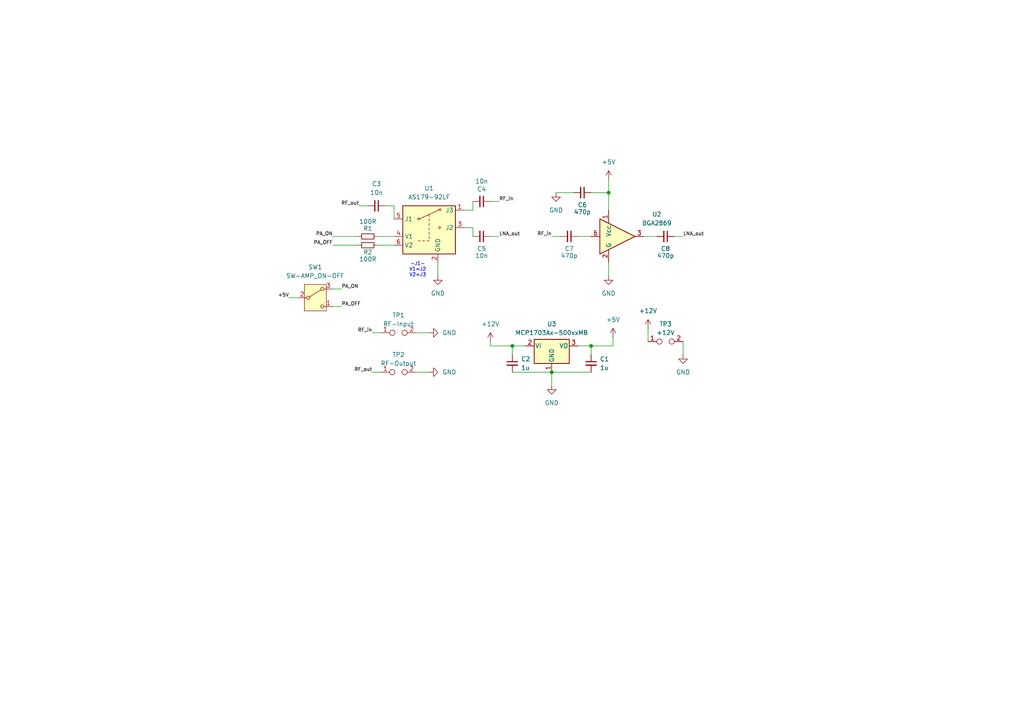
<source format=kicad_sch>
(kicad_sch
	(version 20250114)
	(generator "eeschema")
	(generator_version "9.0")
	(uuid "bc1fc967-41f4-4588-add1-baa209aa3ce3")
	(paper "A4")
	(title_block
		(title "30MHz LNA with RF switch")
		(date "2026-01-19")
		(rev "V1.0")
		(company "Z32IT")
	)
	(lib_symbols
		(symbol "Connector:TestPoint_2Pole"
			(pin_names
				(offset 0.762)
				(hide yes)
			)
			(exclude_from_sim no)
			(in_bom yes)
			(on_board yes)
			(property "Reference" "TP"
				(at 0 1.524 0)
				(effects
					(font
						(size 1.27 1.27)
					)
				)
			)
			(property "Value" "TestPoint_2Pole"
				(at 0 -1.778 0)
				(effects
					(font
						(size 1.27 1.27)
					)
				)
			)
			(property "Footprint" ""
				(at 0 0 0)
				(effects
					(font
						(size 1.27 1.27)
					)
					(hide yes)
				)
			)
			(property "Datasheet" "~"
				(at 0 0 0)
				(effects
					(font
						(size 1.27 1.27)
					)
					(hide yes)
				)
			)
			(property "Description" "2-polar test point"
				(at 0 0 0)
				(effects
					(font
						(size 1.27 1.27)
					)
					(hide yes)
				)
			)
			(property "ki_keywords" "point tp"
				(at 0 0 0)
				(effects
					(font
						(size 1.27 1.27)
					)
					(hide yes)
				)
			)
			(property "ki_fp_filters" "Pin* Test*"
				(at 0 0 0)
				(effects
					(font
						(size 1.27 1.27)
					)
					(hide yes)
				)
			)
			(symbol "TestPoint_2Pole_0_1"
				(circle
					(center -1.778 0)
					(radius 0.762)
					(stroke
						(width 0)
						(type default)
					)
					(fill
						(type none)
					)
				)
				(circle
					(center 1.778 0)
					(radius 0.762)
					(stroke
						(width 0)
						(type default)
					)
					(fill
						(type none)
					)
				)
				(pin passive line
					(at -5.08 0 0)
					(length 2.54)
					(name "1"
						(effects
							(font
								(size 1.27 1.27)
							)
						)
					)
					(number "1"
						(effects
							(font
								(size 1.27 1.27)
							)
						)
					)
				)
				(pin passive line
					(at 5.08 0 180)
					(length 2.54)
					(name "2"
						(effects
							(font
								(size 1.27 1.27)
							)
						)
					)
					(number "2"
						(effects
							(font
								(size 1.27 1.27)
							)
						)
					)
				)
			)
			(embedded_fonts no)
		)
		(symbol "Device:C_Small"
			(pin_numbers
				(hide yes)
			)
			(pin_names
				(offset 0.254)
				(hide yes)
			)
			(exclude_from_sim no)
			(in_bom yes)
			(on_board yes)
			(property "Reference" "C"
				(at 0.254 1.778 0)
				(effects
					(font
						(size 1.27 1.27)
					)
					(justify left)
				)
			)
			(property "Value" "C_Small"
				(at 0.254 -2.032 0)
				(effects
					(font
						(size 1.27 1.27)
					)
					(justify left)
				)
			)
			(property "Footprint" ""
				(at 0 0 0)
				(effects
					(font
						(size 1.27 1.27)
					)
					(hide yes)
				)
			)
			(property "Datasheet" "~"
				(at 0 0 0)
				(effects
					(font
						(size 1.27 1.27)
					)
					(hide yes)
				)
			)
			(property "Description" "Unpolarized capacitor, small symbol"
				(at 0 0 0)
				(effects
					(font
						(size 1.27 1.27)
					)
					(hide yes)
				)
			)
			(property "ki_keywords" "capacitor cap"
				(at 0 0 0)
				(effects
					(font
						(size 1.27 1.27)
					)
					(hide yes)
				)
			)
			(property "ki_fp_filters" "C_*"
				(at 0 0 0)
				(effects
					(font
						(size 1.27 1.27)
					)
					(hide yes)
				)
			)
			(symbol "C_Small_0_1"
				(polyline
					(pts
						(xy -1.524 0.508) (xy 1.524 0.508)
					)
					(stroke
						(width 0.3048)
						(type default)
					)
					(fill
						(type none)
					)
				)
				(polyline
					(pts
						(xy -1.524 -0.508) (xy 1.524 -0.508)
					)
					(stroke
						(width 0.3302)
						(type default)
					)
					(fill
						(type none)
					)
				)
			)
			(symbol "C_Small_1_1"
				(pin passive line
					(at 0 2.54 270)
					(length 2.032)
					(name "~"
						(effects
							(font
								(size 1.27 1.27)
							)
						)
					)
					(number "1"
						(effects
							(font
								(size 1.27 1.27)
							)
						)
					)
				)
				(pin passive line
					(at 0 -2.54 90)
					(length 2.032)
					(name "~"
						(effects
							(font
								(size 1.27 1.27)
							)
						)
					)
					(number "2"
						(effects
							(font
								(size 1.27 1.27)
							)
						)
					)
				)
			)
			(embedded_fonts no)
		)
		(symbol "Device:R_Small"
			(pin_numbers
				(hide yes)
			)
			(pin_names
				(offset 0.254)
				(hide yes)
			)
			(exclude_from_sim no)
			(in_bom yes)
			(on_board yes)
			(property "Reference" "R"
				(at 0.762 0.508 0)
				(effects
					(font
						(size 1.27 1.27)
					)
					(justify left)
				)
			)
			(property "Value" "R_Small"
				(at 0.762 -1.016 0)
				(effects
					(font
						(size 1.27 1.27)
					)
					(justify left)
				)
			)
			(property "Footprint" ""
				(at 0 0 0)
				(effects
					(font
						(size 1.27 1.27)
					)
					(hide yes)
				)
			)
			(property "Datasheet" "~"
				(at 0 0 0)
				(effects
					(font
						(size 1.27 1.27)
					)
					(hide yes)
				)
			)
			(property "Description" "Resistor, small symbol"
				(at 0 0 0)
				(effects
					(font
						(size 1.27 1.27)
					)
					(hide yes)
				)
			)
			(property "ki_keywords" "R resistor"
				(at 0 0 0)
				(effects
					(font
						(size 1.27 1.27)
					)
					(hide yes)
				)
			)
			(property "ki_fp_filters" "R_*"
				(at 0 0 0)
				(effects
					(font
						(size 1.27 1.27)
					)
					(hide yes)
				)
			)
			(symbol "R_Small_0_1"
				(rectangle
					(start -0.762 1.778)
					(end 0.762 -1.778)
					(stroke
						(width 0.2032)
						(type default)
					)
					(fill
						(type none)
					)
				)
			)
			(symbol "R_Small_1_1"
				(pin passive line
					(at 0 2.54 270)
					(length 0.762)
					(name "~"
						(effects
							(font
								(size 1.27 1.27)
							)
						)
					)
					(number "1"
						(effects
							(font
								(size 1.27 1.27)
							)
						)
					)
				)
				(pin passive line
					(at 0 -2.54 90)
					(length 0.762)
					(name "~"
						(effects
							(font
								(size 1.27 1.27)
							)
						)
					)
					(number "2"
						(effects
							(font
								(size 1.27 1.27)
							)
						)
					)
				)
			)
			(embedded_fonts no)
		)
		(symbol "RF_Amplifier:BGA2869"
			(exclude_from_sim no)
			(in_bom yes)
			(on_board yes)
			(property "Reference" "U"
				(at 2.54 6.35 0)
				(effects
					(font
						(size 1.27 1.27)
					)
				)
			)
			(property "Value" "BGA2869"
				(at 3.81 3.81 0)
				(effects
					(font
						(size 1.27 1.27)
					)
				)
			)
			(property "Footprint" "Package_TO_SOT_SMD:SOT-363_SC-70-6"
				(at -1.27 -16.51 0)
				(effects
					(font
						(size 1.27 1.27)
					)
					(hide yes)
				)
			)
			(property "Datasheet" "https://www.nxp.com/docs/en/data-sheet/BGA2869.pdf"
				(at 0 0 0)
				(effects
					(font
						(size 1.27 1.27)
					)
					(hide yes)
				)
			)
			(property "Description" "MMIC wideband amplifier, DC-2.2GHz, +31.7dB @ 950MHz, 5V, SOT-363"
				(at 0 0 0)
				(effects
					(font
						(size 1.27 1.27)
					)
					(hide yes)
				)
			)
			(property "ki_keywords" "RF GAIN BLOCK"
				(at 0 0 0)
				(effects
					(font
						(size 1.27 1.27)
					)
					(hide yes)
				)
			)
			(property "ki_fp_filters" "SOT*363*"
				(at 0 0 0)
				(effects
					(font
						(size 1.27 1.27)
					)
					(hide yes)
				)
			)
			(symbol "BGA2869_0_1"
				(polyline
					(pts
						(xy 5.08 0) (xy -5.08 5.08) (xy -5.08 -5.08) (xy 5.08 0)
					)
					(stroke
						(width 0.254)
						(type default)
					)
					(fill
						(type background)
					)
				)
			)
			(symbol "BGA2869_1_1"
				(pin input line
					(at -7.62 0 0)
					(length 2.54)
					(name "~"
						(effects
							(font
								(size 1.27 1.27)
							)
						)
					)
					(number "6"
						(effects
							(font
								(size 1.27 1.27)
							)
						)
					)
				)
				(pin power_in line
					(at -2.54 7.62 270)
					(length 3.81)
					(name "Vcc"
						(effects
							(font
								(size 1.27 1.27)
							)
						)
					)
					(number "1"
						(effects
							(font
								(size 1.27 1.27)
							)
						)
					)
				)
				(pin power_in line
					(at -2.54 -7.62 90)
					(length 3.81)
					(name "G"
						(effects
							(font
								(size 1.27 1.27)
							)
						)
					)
					(number "2"
						(effects
							(font
								(size 1.27 1.27)
							)
						)
					)
				)
				(pin passive line
					(at -2.54 -7.62 90)
					(length 3.81)
					(hide yes)
					(name "G"
						(effects
							(font
								(size 1.27 1.27)
							)
						)
					)
					(number "4"
						(effects
							(font
								(size 1.27 1.27)
							)
						)
					)
				)
				(pin passive line
					(at -2.54 -7.62 90)
					(length 3.81)
					(hide yes)
					(name "G"
						(effects
							(font
								(size 1.27 1.27)
							)
						)
					)
					(number "5"
						(effects
							(font
								(size 1.27 1.27)
							)
						)
					)
				)
				(pin output line
					(at 7.62 0 180)
					(length 2.54)
					(name "~"
						(effects
							(font
								(size 1.27 1.27)
							)
						)
					)
					(number "3"
						(effects
							(font
								(size 1.27 1.27)
							)
						)
					)
				)
			)
			(embedded_fonts no)
		)
		(symbol "RF_Switch:AS179-92LF"
			(exclude_from_sim no)
			(in_bom yes)
			(on_board yes)
			(property "Reference" "U"
				(at -7.62 7.62 0)
				(effects
					(font
						(size 1.27 1.27)
					)
				)
			)
			(property "Value" "AS179-92LF"
				(at 2.54 7.62 0)
				(effects
					(font
						(size 1.27 1.27)
					)
				)
			)
			(property "Footprint" "Package_TO_SOT_SMD:SOT-363_SC-70-6"
				(at 2.54 0 0)
				(effects
					(font
						(size 1.27 1.27)
					)
					(hide yes)
				)
			)
			(property "Datasheet" "http://www.skyworksinc.com/uploads/documents/AS179_92LF_200176H.pdf"
				(at 2.54 0 0)
				(effects
					(font
						(size 1.27 1.27)
					)
					(hide yes)
				)
			)
			(property "Description" "20 MHz to 4.0 GHz GaAs SPDT Switch, SC-70"
				(at 0 0 0)
				(effects
					(font
						(size 1.27 1.27)
					)
					(hide yes)
				)
			)
			(property "ki_keywords" "rf spdt switch"
				(at 0 0 0)
				(effects
					(font
						(size 1.27 1.27)
					)
					(hide yes)
				)
			)
			(property "ki_fp_filters" "SOT*363*"
				(at 0 0 0)
				(effects
					(font
						(size 1.27 1.27)
					)
					(hide yes)
				)
			)
			(symbol "AS179-92LF_1_1"
				(polyline
					(pts
						(xy -3.175 -3.81) (xy -2.54 -3.81)
					)
					(stroke
						(width 0)
						(type default)
					)
					(fill
						(type none)
					)
				)
				(circle
					(center -3.048 2.54)
					(radius 0.2794)
					(stroke
						(width 0)
						(type default)
					)
					(fill
						(type none)
					)
				)
				(polyline
					(pts
						(xy -2.794 2.54) (xy 2.921 5.207)
					)
					(stroke
						(width 0)
						(type default)
					)
					(fill
						(type none)
					)
				)
				(polyline
					(pts
						(xy -1.905 -3.81) (xy -1.27 -3.81)
					)
					(stroke
						(width 0)
						(type default)
					)
					(fill
						(type none)
					)
				)
				(polyline
					(pts
						(xy -0.635 -3.81) (xy 0 -3.81)
					)
					(stroke
						(width 0)
						(type default)
					)
					(fill
						(type none)
					)
				)
				(polyline
					(pts
						(xy 0 3.175) (xy 0 3.81)
					)
					(stroke
						(width 0)
						(type default)
					)
					(fill
						(type none)
					)
				)
				(polyline
					(pts
						(xy 0 1.905) (xy 0 2.54)
					)
					(stroke
						(width 0)
						(type default)
					)
					(fill
						(type none)
					)
				)
				(polyline
					(pts
						(xy 0 0.635) (xy 0 1.27)
					)
					(stroke
						(width 0)
						(type default)
					)
					(fill
						(type none)
					)
				)
				(polyline
					(pts
						(xy 0 -0.635) (xy 0 0)
					)
					(stroke
						(width 0)
						(type default)
					)
					(fill
						(type none)
					)
				)
				(polyline
					(pts
						(xy 0 -1.905) (xy 0 -1.27)
					)
					(stroke
						(width 0)
						(type default)
					)
					(fill
						(type none)
					)
				)
				(polyline
					(pts
						(xy 0 -3.175) (xy 0 -2.54)
					)
					(stroke
						(width 0)
						(type default)
					)
					(fill
						(type none)
					)
				)
				(circle
					(center 3.048 0)
					(radius 0.2794)
					(stroke
						(width 0)
						(type default)
					)
					(fill
						(type none)
					)
				)
				(circle
					(center 3.175 5.207)
					(radius 0.2794)
					(stroke
						(width 0)
						(type default)
					)
					(fill
						(type none)
					)
				)
				(rectangle
					(start 7.62 -7.62)
					(end -7.62 6.35)
					(stroke
						(width 0.254)
						(type default)
					)
					(fill
						(type background)
					)
				)
				(pin passive line
					(at -10.16 2.54 0)
					(length 2.54)
					(name "J1"
						(effects
							(font
								(size 1.27 1.27)
							)
						)
					)
					(number "5"
						(effects
							(font
								(size 1.27 1.27)
							)
						)
					)
				)
				(pin input line
					(at -10.16 -2.54 0)
					(length 2.54)
					(name "V1"
						(effects
							(font
								(size 1.27 1.27)
							)
						)
					)
					(number "4"
						(effects
							(font
								(size 1.27 1.27)
							)
						)
					)
				)
				(pin input line
					(at -10.16 -5.08 0)
					(length 2.54)
					(name "V2"
						(effects
							(font
								(size 1.27 1.27)
							)
						)
					)
					(number "6"
						(effects
							(font
								(size 1.27 1.27)
							)
						)
					)
				)
				(pin power_in line
					(at 2.54 -10.16 90)
					(length 2.54)
					(name "GND"
						(effects
							(font
								(size 1.27 1.27)
							)
						)
					)
					(number "2"
						(effects
							(font
								(size 1.27 1.27)
							)
						)
					)
				)
				(pin passive line
					(at 10.16 5.08 180)
					(length 2.54)
					(name "J3"
						(effects
							(font
								(size 1.27 1.27)
							)
						)
					)
					(number "1"
						(effects
							(font
								(size 1.27 1.27)
							)
						)
					)
				)
				(pin passive line
					(at 10.16 0 180)
					(length 2.54)
					(name "J2"
						(effects
							(font
								(size 1.27 1.27)
							)
						)
					)
					(number "3"
						(effects
							(font
								(size 1.27 1.27)
							)
						)
					)
				)
			)
			(embedded_fonts no)
		)
		(symbol "Regulator_Linear:MCP1703Ax-500xxMB"
			(pin_names
				(offset 0.254)
			)
			(exclude_from_sim no)
			(in_bom yes)
			(on_board yes)
			(property "Reference" "U"
				(at -3.81 3.175 0)
				(effects
					(font
						(size 1.27 1.27)
					)
				)
			)
			(property "Value" "MCP1703Ax-500xxMB"
				(at 0 3.175 0)
				(effects
					(font
						(size 1.27 1.27)
					)
					(justify left)
				)
			)
			(property "Footprint" "Package_TO_SOT_SMD:SOT-89-3"
				(at 0 5.08 0)
				(effects
					(font
						(size 1.27 1.27)
					)
					(hide yes)
				)
			)
			(property "Datasheet" "http://ww1.microchip.com/downloads/en/DeviceDoc/20005122B.pdf"
				(at 0 -1.27 0)
				(effects
					(font
						(size 1.27 1.27)
					)
					(hide yes)
				)
			)
			(property "Description" "Low Quiescent Current LDO Regulator, 5.0V, 250mA, Vin<=16V, SOT-89"
				(at 0 0 0)
				(effects
					(font
						(size 1.27 1.27)
					)
					(hide yes)
				)
			)
			(property "ki_keywords" "REGULATOR LDO"
				(at 0 0 0)
				(effects
					(font
						(size 1.27 1.27)
					)
					(hide yes)
				)
			)
			(property "ki_fp_filters" "SOT?89*"
				(at 0 0 0)
				(effects
					(font
						(size 1.27 1.27)
					)
					(hide yes)
				)
			)
			(symbol "MCP1703Ax-500xxMB_0_1"
				(rectangle
					(start -5.08 -5.08)
					(end 5.08 1.905)
					(stroke
						(width 0.254)
						(type default)
					)
					(fill
						(type background)
					)
				)
			)
			(symbol "MCP1703Ax-500xxMB_1_1"
				(pin power_in line
					(at -7.62 0 0)
					(length 2.54)
					(name "VI"
						(effects
							(font
								(size 1.27 1.27)
							)
						)
					)
					(number "2"
						(effects
							(font
								(size 1.27 1.27)
							)
						)
					)
				)
				(pin power_in line
					(at 0 -7.62 90)
					(length 2.54)
					(name "GND"
						(effects
							(font
								(size 1.27 1.27)
							)
						)
					)
					(number "1"
						(effects
							(font
								(size 1.27 1.27)
							)
						)
					)
				)
				(pin power_out line
					(at 7.62 0 180)
					(length 2.54)
					(name "VO"
						(effects
							(font
								(size 1.27 1.27)
							)
						)
					)
					(number "3"
						(effects
							(font
								(size 1.27 1.27)
							)
						)
					)
				)
			)
			(embedded_fonts no)
		)
		(symbol "Switch:SW_Nidec_CAS-120A1"
			(pin_names
				(offset 1)
				(hide yes)
			)
			(exclude_from_sim no)
			(in_bom yes)
			(on_board yes)
			(property "Reference" "SW"
				(at 0 4.318 0)
				(effects
					(font
						(size 1.27 1.27)
					)
				)
			)
			(property "Value" "SW_Nidec_CAS-120A1"
				(at 0 -5.08 0)
				(effects
					(font
						(size 1.27 1.27)
					)
				)
			)
			(property "Footprint" "Button_Switch_SMD:Nidec_Copal_CAS-120A"
				(at 0 -10.16 0)
				(effects
					(font
						(size 1.27 1.27)
					)
					(hide yes)
				)
			)
			(property "Datasheet" "https://www.nidec-components.com/e/catalog/switch/cas.pdf"
				(at 0 -7.62 0)
				(effects
					(font
						(size 1.27 1.27)
					)
					(hide yes)
				)
			)
			(property "Description" "Switch, single pole double throw"
				(at 0 0 0)
				(effects
					(font
						(size 1.27 1.27)
					)
					(hide yes)
				)
			)
			(property "ki_keywords" "switch single-pole double-throw spdt ON-ON"
				(at 0 0 0)
				(effects
					(font
						(size 1.27 1.27)
					)
					(hide yes)
				)
			)
			(property "ki_fp_filters" "*Nidec?Copal?CAS?120A*"
				(at 0 0 0)
				(effects
					(font
						(size 1.27 1.27)
					)
					(hide yes)
				)
			)
			(symbol "SW_Nidec_CAS-120A1_0_1"
				(circle
					(center -2.032 0)
					(radius 0.4572)
					(stroke
						(width 0)
						(type default)
					)
					(fill
						(type none)
					)
				)
				(polyline
					(pts
						(xy -1.651 0.254) (xy 1.651 2.286)
					)
					(stroke
						(width 0)
						(type default)
					)
					(fill
						(type none)
					)
				)
				(circle
					(center 2.032 2.54)
					(radius 0.4572)
					(stroke
						(width 0)
						(type default)
					)
					(fill
						(type none)
					)
				)
				(circle
					(center 2.032 -2.54)
					(radius 0.4572)
					(stroke
						(width 0)
						(type default)
					)
					(fill
						(type none)
					)
				)
			)
			(symbol "SW_Nidec_CAS-120A1_1_1"
				(rectangle
					(start -3.175 3.81)
					(end 3.175 -3.81)
					(stroke
						(width 0)
						(type default)
					)
					(fill
						(type background)
					)
				)
				(pin passive line
					(at -5.08 0 0)
					(length 2.54)
					(name "B"
						(effects
							(font
								(size 1.27 1.27)
							)
						)
					)
					(number "2"
						(effects
							(font
								(size 1.27 1.27)
							)
						)
					)
				)
				(pin passive line
					(at 5.08 2.54 180)
					(length 2.54)
					(name "A"
						(effects
							(font
								(size 1.27 1.27)
							)
						)
					)
					(number "3"
						(effects
							(font
								(size 1.27 1.27)
							)
						)
					)
				)
				(pin passive line
					(at 5.08 -2.54 180)
					(length 2.54)
					(name "C"
						(effects
							(font
								(size 1.27 1.27)
							)
						)
					)
					(number "1"
						(effects
							(font
								(size 1.27 1.27)
							)
						)
					)
				)
			)
			(embedded_fonts no)
		)
		(symbol "power:+12V"
			(power)
			(pin_numbers
				(hide yes)
			)
			(pin_names
				(offset 0)
				(hide yes)
			)
			(exclude_from_sim no)
			(in_bom yes)
			(on_board yes)
			(property "Reference" "#PWR"
				(at 0 -3.81 0)
				(effects
					(font
						(size 1.27 1.27)
					)
					(hide yes)
				)
			)
			(property "Value" "+12V"
				(at 0 3.556 0)
				(effects
					(font
						(size 1.27 1.27)
					)
				)
			)
			(property "Footprint" ""
				(at 0 0 0)
				(effects
					(font
						(size 1.27 1.27)
					)
					(hide yes)
				)
			)
			(property "Datasheet" ""
				(at 0 0 0)
				(effects
					(font
						(size 1.27 1.27)
					)
					(hide yes)
				)
			)
			(property "Description" "Power symbol creates a global label with name \"+12V\""
				(at 0 0 0)
				(effects
					(font
						(size 1.27 1.27)
					)
					(hide yes)
				)
			)
			(property "ki_keywords" "global power"
				(at 0 0 0)
				(effects
					(font
						(size 1.27 1.27)
					)
					(hide yes)
				)
			)
			(symbol "+12V_0_1"
				(polyline
					(pts
						(xy -0.762 1.27) (xy 0 2.54)
					)
					(stroke
						(width 0)
						(type default)
					)
					(fill
						(type none)
					)
				)
				(polyline
					(pts
						(xy 0 2.54) (xy 0.762 1.27)
					)
					(stroke
						(width 0)
						(type default)
					)
					(fill
						(type none)
					)
				)
				(polyline
					(pts
						(xy 0 0) (xy 0 2.54)
					)
					(stroke
						(width 0)
						(type default)
					)
					(fill
						(type none)
					)
				)
			)
			(symbol "+12V_1_1"
				(pin power_in line
					(at 0 0 90)
					(length 0)
					(name "~"
						(effects
							(font
								(size 1.27 1.27)
							)
						)
					)
					(number "1"
						(effects
							(font
								(size 1.27 1.27)
							)
						)
					)
				)
			)
			(embedded_fonts no)
		)
		(symbol "power:+5V"
			(power)
			(pin_numbers
				(hide yes)
			)
			(pin_names
				(offset 0)
				(hide yes)
			)
			(exclude_from_sim no)
			(in_bom yes)
			(on_board yes)
			(property "Reference" "#PWR"
				(at 0 -3.81 0)
				(effects
					(font
						(size 1.27 1.27)
					)
					(hide yes)
				)
			)
			(property "Value" "+5V"
				(at 0 3.556 0)
				(effects
					(font
						(size 1.27 1.27)
					)
				)
			)
			(property "Footprint" ""
				(at 0 0 0)
				(effects
					(font
						(size 1.27 1.27)
					)
					(hide yes)
				)
			)
			(property "Datasheet" ""
				(at 0 0 0)
				(effects
					(font
						(size 1.27 1.27)
					)
					(hide yes)
				)
			)
			(property "Description" "Power symbol creates a global label with name \"+5V\""
				(at 0 0 0)
				(effects
					(font
						(size 1.27 1.27)
					)
					(hide yes)
				)
			)
			(property "ki_keywords" "global power"
				(at 0 0 0)
				(effects
					(font
						(size 1.27 1.27)
					)
					(hide yes)
				)
			)
			(symbol "+5V_0_1"
				(polyline
					(pts
						(xy -0.762 1.27) (xy 0 2.54)
					)
					(stroke
						(width 0)
						(type default)
					)
					(fill
						(type none)
					)
				)
				(polyline
					(pts
						(xy 0 2.54) (xy 0.762 1.27)
					)
					(stroke
						(width 0)
						(type default)
					)
					(fill
						(type none)
					)
				)
				(polyline
					(pts
						(xy 0 0) (xy 0 2.54)
					)
					(stroke
						(width 0)
						(type default)
					)
					(fill
						(type none)
					)
				)
			)
			(symbol "+5V_1_1"
				(pin power_in line
					(at 0 0 90)
					(length 0)
					(name "~"
						(effects
							(font
								(size 1.27 1.27)
							)
						)
					)
					(number "1"
						(effects
							(font
								(size 1.27 1.27)
							)
						)
					)
				)
			)
			(embedded_fonts no)
		)
		(symbol "power:GND"
			(power)
			(pin_numbers
				(hide yes)
			)
			(pin_names
				(offset 0)
				(hide yes)
			)
			(exclude_from_sim no)
			(in_bom yes)
			(on_board yes)
			(property "Reference" "#PWR"
				(at 0 -6.35 0)
				(effects
					(font
						(size 1.27 1.27)
					)
					(hide yes)
				)
			)
			(property "Value" "GND"
				(at 0 -3.81 0)
				(effects
					(font
						(size 1.27 1.27)
					)
				)
			)
			(property "Footprint" ""
				(at 0 0 0)
				(effects
					(font
						(size 1.27 1.27)
					)
					(hide yes)
				)
			)
			(property "Datasheet" ""
				(at 0 0 0)
				(effects
					(font
						(size 1.27 1.27)
					)
					(hide yes)
				)
			)
			(property "Description" "Power symbol creates a global label with name \"GND\" , ground"
				(at 0 0 0)
				(effects
					(font
						(size 1.27 1.27)
					)
					(hide yes)
				)
			)
			(property "ki_keywords" "global power"
				(at 0 0 0)
				(effects
					(font
						(size 1.27 1.27)
					)
					(hide yes)
				)
			)
			(symbol "GND_0_1"
				(polyline
					(pts
						(xy 0 0) (xy 0 -1.27) (xy 1.27 -1.27) (xy 0 -2.54) (xy -1.27 -1.27) (xy 0 -1.27)
					)
					(stroke
						(width 0)
						(type default)
					)
					(fill
						(type none)
					)
				)
			)
			(symbol "GND_1_1"
				(pin power_in line
					(at 0 0 270)
					(length 0)
					(name "~"
						(effects
							(font
								(size 1.27 1.27)
							)
						)
					)
					(number "1"
						(effects
							(font
								(size 1.27 1.27)
							)
						)
					)
				)
			)
			(embedded_fonts no)
		)
	)
	(text "-J1-\nV1=J2\nV2=J3"
		(exclude_from_sim no)
		(at 121.158 78.232 0)
		(effects
			(font
				(size 1 1)
			)
		)
		(uuid "3515ff1e-6885-44c0-b16c-78a9517e1b1f")
	)
	(junction
		(at 160.02 107.95)
		(diameter 0)
		(color 0 0 0 0)
		(uuid "0e80e1ac-b0cd-4d25-bbfd-9ea37da8dbab")
	)
	(junction
		(at 171.45 100.33)
		(diameter 0)
		(color 0 0 0 0)
		(uuid "40181731-86d9-405a-bde4-ced027f8ee96")
	)
	(junction
		(at 176.53 55.88)
		(diameter 0)
		(color 0 0 0 0)
		(uuid "4d9073e4-e583-4128-bccb-16e28d0453ae")
	)
	(junction
		(at 148.59 100.33)
		(diameter 0)
		(color 0 0 0 0)
		(uuid "90f9ab3f-20d2-48d5-a006-d7a6e2df92aa")
	)
	(wire
		(pts
			(xy 198.12 99.06) (xy 198.12 102.87)
		)
		(stroke
			(width 0)
			(type default)
		)
		(uuid "0b0a51a4-9470-4e76-9030-8cc2bc79316c")
	)
	(wire
		(pts
			(xy 137.16 66.04) (xy 134.62 66.04)
		)
		(stroke
			(width 0)
			(type default)
		)
		(uuid "123b80d4-566c-49bc-b49d-6a2d5b0094fd")
	)
	(wire
		(pts
			(xy 160.02 107.95) (xy 160.02 111.76)
		)
		(stroke
			(width 0)
			(type default)
		)
		(uuid "15361a99-04e8-4754-a360-be1f2d3e70da")
	)
	(wire
		(pts
			(xy 144.78 68.58) (xy 142.24 68.58)
		)
		(stroke
			(width 0)
			(type default)
		)
		(uuid "189c15d3-2017-4e9f-a8f6-b56bc46f0a85")
	)
	(wire
		(pts
			(xy 161.29 55.88) (xy 166.37 55.88)
		)
		(stroke
			(width 0)
			(type default)
		)
		(uuid "196a26dc-37bf-4295-87ec-d553c7c1aa2d")
	)
	(wire
		(pts
			(xy 160.02 68.58) (xy 162.56 68.58)
		)
		(stroke
			(width 0)
			(type default)
		)
		(uuid "1be8f8bd-b827-4ed6-a4d9-1f7d3d4bcc97")
	)
	(wire
		(pts
			(xy 148.59 107.95) (xy 160.02 107.95)
		)
		(stroke
			(width 0)
			(type default)
		)
		(uuid "1c2dfd9f-6693-45ad-ae91-add488636b12")
	)
	(wire
		(pts
			(xy 127 76.2) (xy 127 80.01)
		)
		(stroke
			(width 0)
			(type default)
		)
		(uuid "2220d77a-db52-40c5-9d18-ffeb059401a0")
	)
	(wire
		(pts
			(xy 148.59 100.33) (xy 148.59 102.87)
		)
		(stroke
			(width 0)
			(type default)
		)
		(uuid "231b5ba0-3721-4b22-b1dc-af3b8d0c9b66")
	)
	(wire
		(pts
			(xy 107.95 107.95) (xy 110.49 107.95)
		)
		(stroke
			(width 0)
			(type default)
		)
		(uuid "24c9ebed-5f13-4fdb-90e7-9d6c7b25ae7b")
	)
	(wire
		(pts
			(xy 142.24 99.06) (xy 142.24 100.33)
		)
		(stroke
			(width 0)
			(type default)
		)
		(uuid "371283a8-44f7-4d65-aced-766daea8dd83")
	)
	(wire
		(pts
			(xy 137.16 58.42) (xy 137.16 60.96)
		)
		(stroke
			(width 0)
			(type default)
		)
		(uuid "380bb942-d277-4d00-943c-8d67dc904314")
	)
	(wire
		(pts
			(xy 83.82 86.36) (xy 86.36 86.36)
		)
		(stroke
			(width 0)
			(type default)
		)
		(uuid "40894162-7d18-4e43-88e9-e2c60f42a1ed")
	)
	(wire
		(pts
			(xy 176.53 52.07) (xy 176.53 55.88)
		)
		(stroke
			(width 0)
			(type default)
		)
		(uuid "419d09ee-0d64-4a53-9149-f25807ae9667")
	)
	(wire
		(pts
			(xy 160.02 107.95) (xy 171.45 107.95)
		)
		(stroke
			(width 0)
			(type default)
		)
		(uuid "4a9f3abe-7518-4d03-9003-4dcdfbd17027")
	)
	(wire
		(pts
			(xy 176.53 55.88) (xy 176.53 60.96)
		)
		(stroke
			(width 0)
			(type default)
		)
		(uuid "4fc630fd-95d4-4ca0-957c-a002860d131d")
	)
	(wire
		(pts
			(xy 198.12 68.58) (xy 195.58 68.58)
		)
		(stroke
			(width 0)
			(type default)
		)
		(uuid "54dd94d4-2b4a-49a8-9075-6cb1a028e831")
	)
	(wire
		(pts
			(xy 187.96 95.25) (xy 187.96 99.06)
		)
		(stroke
			(width 0)
			(type default)
		)
		(uuid "609a0c2e-6f3e-47e9-889f-f0a97d7b4942")
	)
	(wire
		(pts
			(xy 171.45 100.33) (xy 177.8 100.33)
		)
		(stroke
			(width 0)
			(type default)
		)
		(uuid "79efda49-0aff-44c6-820a-9fc3970274ea")
	)
	(wire
		(pts
			(xy 137.16 60.96) (xy 134.62 60.96)
		)
		(stroke
			(width 0)
			(type default)
		)
		(uuid "7f50b053-2b9e-45b3-85eb-f8d7dc388fc8")
	)
	(wire
		(pts
			(xy 96.52 68.58) (xy 104.14 68.58)
		)
		(stroke
			(width 0)
			(type default)
		)
		(uuid "80495799-4ebb-48c5-96eb-974c3fabe82a")
	)
	(wire
		(pts
			(xy 120.65 107.95) (xy 124.46 107.95)
		)
		(stroke
			(width 0)
			(type default)
		)
		(uuid "8ece4c99-7384-46a5-bd97-1e18066addb4")
	)
	(wire
		(pts
			(xy 109.22 71.12) (xy 114.3 71.12)
		)
		(stroke
			(width 0)
			(type default)
		)
		(uuid "96ec6e23-8b05-431e-b2a6-3a15d24e39b1")
	)
	(wire
		(pts
			(xy 109.22 68.58) (xy 114.3 68.58)
		)
		(stroke
			(width 0)
			(type default)
		)
		(uuid "97081eab-e867-4606-8187-168531f6018a")
	)
	(wire
		(pts
			(xy 142.24 100.33) (xy 148.59 100.33)
		)
		(stroke
			(width 0)
			(type default)
		)
		(uuid "989187d8-5ce5-4ad6-9ed5-2ed32187d546")
	)
	(wire
		(pts
			(xy 144.78 58.42) (xy 142.24 58.42)
		)
		(stroke
			(width 0)
			(type default)
		)
		(uuid "9d8d53e8-037f-4c08-b476-90da79357306")
	)
	(wire
		(pts
			(xy 96.52 71.12) (xy 104.14 71.12)
		)
		(stroke
			(width 0)
			(type default)
		)
		(uuid "9f27d869-e682-4a45-b5f0-8088cbeb666b")
	)
	(wire
		(pts
			(xy 186.69 68.58) (xy 190.5 68.58)
		)
		(stroke
			(width 0)
			(type default)
		)
		(uuid "a10947a3-4871-4e6e-85c3-914ade42fa15")
	)
	(wire
		(pts
			(xy 99.06 83.82) (xy 96.52 83.82)
		)
		(stroke
			(width 0)
			(type default)
		)
		(uuid "a3bee021-aee7-42c9-accf-12aa73092d9a")
	)
	(wire
		(pts
			(xy 177.8 100.33) (xy 177.8 97.79)
		)
		(stroke
			(width 0)
			(type default)
		)
		(uuid "a842070f-ca85-4d0d-a0b6-72598a4950b3")
	)
	(wire
		(pts
			(xy 171.45 55.88) (xy 176.53 55.88)
		)
		(stroke
			(width 0)
			(type default)
		)
		(uuid "a89bc90c-0355-44fe-808e-b89923215631")
	)
	(wire
		(pts
			(xy 104.14 59.69) (xy 106.68 59.69)
		)
		(stroke
			(width 0)
			(type default)
		)
		(uuid "aa2e6d37-8f7c-4d67-9e9c-dac2a731eb0b")
	)
	(wire
		(pts
			(xy 137.16 68.58) (xy 137.16 66.04)
		)
		(stroke
			(width 0)
			(type default)
		)
		(uuid "b8007d77-3fc2-46fd-8b38-2f86dc02a913")
	)
	(wire
		(pts
			(xy 120.65 96.52) (xy 124.46 96.52)
		)
		(stroke
			(width 0)
			(type default)
		)
		(uuid "b93ae2fc-ae4c-4203-8a9b-40051f8b7a7b")
	)
	(wire
		(pts
			(xy 167.64 100.33) (xy 171.45 100.33)
		)
		(stroke
			(width 0)
			(type default)
		)
		(uuid "bd0bb360-5be7-4955-964a-b59d00f8a2f1")
	)
	(wire
		(pts
			(xy 111.76 59.69) (xy 114.3 59.69)
		)
		(stroke
			(width 0)
			(type default)
		)
		(uuid "be649809-1d4f-4c16-aca3-2e54a1f50e32")
	)
	(wire
		(pts
			(xy 148.59 100.33) (xy 152.4 100.33)
		)
		(stroke
			(width 0)
			(type default)
		)
		(uuid "c1d660f5-c1b4-4abf-a214-ad42943040df")
	)
	(wire
		(pts
			(xy 167.64 68.58) (xy 171.45 68.58)
		)
		(stroke
			(width 0)
			(type default)
		)
		(uuid "c1ebf344-1a1a-412e-b751-3c60e13f0a4b")
	)
	(wire
		(pts
			(xy 99.06 88.9) (xy 96.52 88.9)
		)
		(stroke
			(width 0)
			(type default)
		)
		(uuid "cb7bb5ea-8c4f-46c3-aba7-52e7a54e889a")
	)
	(wire
		(pts
			(xy 114.3 59.69) (xy 114.3 63.5)
		)
		(stroke
			(width 0)
			(type default)
		)
		(uuid "d4b61bda-e8a3-436b-878c-3fcdfd5067b4")
	)
	(wire
		(pts
			(xy 171.45 100.33) (xy 171.45 102.87)
		)
		(stroke
			(width 0)
			(type default)
		)
		(uuid "e0718531-b306-43c8-a8ec-d01d02e84b1c")
	)
	(wire
		(pts
			(xy 176.53 76.2) (xy 176.53 80.01)
		)
		(stroke
			(width 0)
			(type default)
		)
		(uuid "ea2ec3c2-7df5-4ba1-aadc-a98226a691d7")
	)
	(wire
		(pts
			(xy 107.95 96.52) (xy 110.49 96.52)
		)
		(stroke
			(width 0)
			(type default)
		)
		(uuid "fdcdd063-6316-4613-b75c-992559d97663")
	)
	(label "LNA_out"
		(at 198.12 68.58 0)
		(effects
			(font
				(size 1 1)
			)
			(justify left bottom)
		)
		(uuid "0fd9e69b-297a-4080-b29b-5cd40787ca16")
	)
	(label "RF_in"
		(at 107.95 96.52 180)
		(effects
			(font
				(size 1 1)
			)
			(justify right bottom)
		)
		(uuid "34cdb2f4-1757-4d10-887a-b4aabfa5b108")
	)
	(label "PA_ON"
		(at 99.06 83.82 0)
		(effects
			(font
				(size 1 1)
			)
			(justify left bottom)
		)
		(uuid "4393add4-d469-4c35-a070-f9d0924fbcd2")
	)
	(label "RF_in"
		(at 160.02 68.58 180)
		(effects
			(font
				(size 1 1)
			)
			(justify right bottom)
		)
		(uuid "652d0bb4-eba4-485d-b83f-1a539cc013f1")
	)
	(label "+5V"
		(at 83.82 86.36 180)
		(effects
			(font
				(size 1 1)
			)
			(justify right bottom)
		)
		(uuid "a85dfa71-c861-4f0f-87ef-4a8f1715ff14")
	)
	(label "PA_ON"
		(at 96.52 68.58 180)
		(effects
			(font
				(size 1 1)
			)
			(justify right bottom)
		)
		(uuid "bbe48d12-a29a-4d67-890e-142a90be24e2")
	)
	(label "PA_OFF"
		(at 96.52 71.12 180)
		(effects
			(font
				(size 1 1)
			)
			(justify right bottom)
		)
		(uuid "c1814f32-90be-49bc-9808-733a340f3f2c")
	)
	(label "RF_out"
		(at 107.95 107.95 180)
		(effects
			(font
				(size 1 1)
			)
			(justify right bottom)
		)
		(uuid "c9d8a08e-f204-4ca1-ab6a-ede255e4bac5")
	)
	(label "LNA_out"
		(at 144.78 68.58 0)
		(effects
			(font
				(size 1 1)
			)
			(justify left bottom)
		)
		(uuid "ce4e903c-4862-4a88-8e8a-0c1e64444f44")
	)
	(label "RF_out"
		(at 104.14 59.69 180)
		(effects
			(font
				(size 1 1)
			)
			(justify right bottom)
		)
		(uuid "e298ad75-ead8-40dc-8fe7-3d6c8140a2a2")
	)
	(label "PA_OFF"
		(at 99.06 88.9 0)
		(effects
			(font
				(size 1 1)
			)
			(justify left bottom)
		)
		(uuid "e6c60461-9691-4628-acca-bba3e0620334")
	)
	(label "RF_in"
		(at 144.78 58.42 0)
		(effects
			(font
				(size 1 1)
			)
			(justify left bottom)
		)
		(uuid "faa71dfa-b784-4979-85c1-31bf238e4dc7")
	)
	(symbol
		(lib_id "Device:C_Small")
		(at 193.04 68.58 270)
		(unit 1)
		(exclude_from_sim no)
		(in_bom yes)
		(on_board yes)
		(dnp no)
		(uuid "034dd634-a3b4-459a-9e57-1701a73149c9")
		(property "Reference" "C8"
			(at 193.04 72.136 90)
			(effects
				(font
					(size 1.27 1.27)
				)
			)
		)
		(property "Value" "470p"
			(at 193.04 74.168 90)
			(effects
				(font
					(size 1.27 1.27)
				)
			)
		)
		(property "Footprint" "Capacitor_SMD:C_0805_2012Metric"
			(at 193.04 68.58 0)
			(effects
				(font
					(size 1.27 1.27)
				)
				(hide yes)
			)
		)
		(property "Datasheet" "~"
			(at 193.04 68.58 0)
			(effects
				(font
					(size 1.27 1.27)
				)
				(hide yes)
			)
		)
		(property "Description" "Unpolarized capacitor, small symbol"
			(at 193.04 68.58 0)
			(effects
				(font
					(size 1.27 1.27)
				)
				(hide yes)
			)
		)
		(pin "1"
			(uuid "32997bf5-7352-4abf-9069-6e6be4286cbb")
		)
		(pin "2"
			(uuid "8300ee3d-1d9b-4ea8-868d-65a8a4ebbe7f")
		)
		(instances
			(project "30MHz preamp with lpf-lna-ant_sw"
				(path "/bc1fc967-41f4-4588-add1-baa209aa3ce3"
					(reference "C8")
					(unit 1)
				)
			)
		)
	)
	(symbol
		(lib_id "Device:C_Small")
		(at 139.7 58.42 270)
		(unit 1)
		(exclude_from_sim no)
		(in_bom yes)
		(on_board yes)
		(dnp no)
		(uuid "0b12aa35-7693-4787-9038-49c5d93dc059")
		(property "Reference" "C4"
			(at 139.7 54.864 90)
			(effects
				(font
					(size 1.27 1.27)
				)
			)
		)
		(property "Value" "10n"
			(at 139.7 52.578 90)
			(effects
				(font
					(size 1.27 1.27)
				)
			)
		)
		(property "Footprint" "Capacitor_SMD:C_0805_2012Metric"
			(at 139.7 58.42 0)
			(effects
				(font
					(size 1.27 1.27)
				)
				(hide yes)
			)
		)
		(property "Datasheet" "~"
			(at 139.7 58.42 0)
			(effects
				(font
					(size 1.27 1.27)
				)
				(hide yes)
			)
		)
		(property "Description" "Unpolarized capacitor, small symbol"
			(at 139.7 58.42 0)
			(effects
				(font
					(size 1.27 1.27)
				)
				(hide yes)
			)
		)
		(pin "1"
			(uuid "7572a3bc-dd43-4a68-a7dd-4e3d831b89dc")
		)
		(pin "2"
			(uuid "f683613e-3ba0-4686-a0e2-01131c1bf59c")
		)
		(instances
			(project "30MHz preamp with lpf-lna-ant_sw"
				(path "/bc1fc967-41f4-4588-add1-baa209aa3ce3"
					(reference "C4")
					(unit 1)
				)
			)
		)
	)
	(symbol
		(lib_id "power:GND")
		(at 124.46 107.95 90)
		(unit 1)
		(exclude_from_sim no)
		(in_bom yes)
		(on_board yes)
		(dnp no)
		(fields_autoplaced yes)
		(uuid "0b5ea4f1-992e-4712-933f-23ba34010e5a")
		(property "Reference" "#PWR06"
			(at 130.81 107.95 0)
			(effects
				(font
					(size 1.27 1.27)
				)
				(hide yes)
			)
		)
		(property "Value" "GND"
			(at 128.27 107.9499 90)
			(effects
				(font
					(size 1.27 1.27)
				)
				(justify right)
			)
		)
		(property "Footprint" ""
			(at 124.46 107.95 0)
			(effects
				(font
					(size 1.27 1.27)
				)
				(hide yes)
			)
		)
		(property "Datasheet" ""
			(at 124.46 107.95 0)
			(effects
				(font
					(size 1.27 1.27)
				)
				(hide yes)
			)
		)
		(property "Description" "Power symbol creates a global label with name \"GND\" , ground"
			(at 124.46 107.95 0)
			(effects
				(font
					(size 1.27 1.27)
				)
				(hide yes)
			)
		)
		(pin "1"
			(uuid "7e93cd31-ed83-4f7d-ba6a-4b5a272a1601")
		)
		(instances
			(project "30MHz preamp with lpf-lna-ant_sw"
				(path "/bc1fc967-41f4-4588-add1-baa209aa3ce3"
					(reference "#PWR06")
					(unit 1)
				)
			)
		)
	)
	(symbol
		(lib_id "power:GND")
		(at 124.46 96.52 90)
		(unit 1)
		(exclude_from_sim no)
		(in_bom yes)
		(on_board yes)
		(dnp no)
		(fields_autoplaced yes)
		(uuid "0efb9d31-3252-4cca-9a5c-6eb17e0da4a0")
		(property "Reference" "#PWR05"
			(at 130.81 96.52 0)
			(effects
				(font
					(size 1.27 1.27)
				)
				(hide yes)
			)
		)
		(property "Value" "GND"
			(at 128.27 96.5199 90)
			(effects
				(font
					(size 1.27 1.27)
				)
				(justify right)
			)
		)
		(property "Footprint" ""
			(at 124.46 96.52 0)
			(effects
				(font
					(size 1.27 1.27)
				)
				(hide yes)
			)
		)
		(property "Datasheet" ""
			(at 124.46 96.52 0)
			(effects
				(font
					(size 1.27 1.27)
				)
				(hide yes)
			)
		)
		(property "Description" "Power symbol creates a global label with name \"GND\" , ground"
			(at 124.46 96.52 0)
			(effects
				(font
					(size 1.27 1.27)
				)
				(hide yes)
			)
		)
		(pin "1"
			(uuid "76286cc9-4f07-421d-9bcd-36edb37b3b39")
		)
		(instances
			(project "30MHz preamp with lpf-lna-ant_sw"
				(path "/bc1fc967-41f4-4588-add1-baa209aa3ce3"
					(reference "#PWR05")
					(unit 1)
				)
			)
		)
	)
	(symbol
		(lib_id "power:+12V")
		(at 142.24 99.06 0)
		(unit 1)
		(exclude_from_sim no)
		(in_bom yes)
		(on_board yes)
		(dnp no)
		(fields_autoplaced yes)
		(uuid "12474a72-382b-4f9e-b3a0-2b152cdfb238")
		(property "Reference" "#PWR01"
			(at 142.24 102.87 0)
			(effects
				(font
					(size 1.27 1.27)
				)
				(hide yes)
			)
		)
		(property "Value" "+12V"
			(at 142.24 93.98 0)
			(effects
				(font
					(size 1.27 1.27)
				)
			)
		)
		(property "Footprint" ""
			(at 142.24 99.06 0)
			(effects
				(font
					(size 1.27 1.27)
				)
				(hide yes)
			)
		)
		(property "Datasheet" ""
			(at 142.24 99.06 0)
			(effects
				(font
					(size 1.27 1.27)
				)
				(hide yes)
			)
		)
		(property "Description" "Power symbol creates a global label with name \"+12V\""
			(at 142.24 99.06 0)
			(effects
				(font
					(size 1.27 1.27)
				)
				(hide yes)
			)
		)
		(pin "1"
			(uuid "1159eb0b-ffbe-4540-b4f3-97a8f77f2667")
		)
		(instances
			(project ""
				(path "/bc1fc967-41f4-4588-add1-baa209aa3ce3"
					(reference "#PWR01")
					(unit 1)
				)
			)
		)
	)
	(symbol
		(lib_id "Device:C_Small")
		(at 168.91 55.88 270)
		(unit 1)
		(exclude_from_sim no)
		(in_bom yes)
		(on_board yes)
		(dnp no)
		(uuid "1b0e963c-183a-4b66-860a-74e6fd9983bd")
		(property "Reference" "C6"
			(at 168.91 59.436 90)
			(effects
				(font
					(size 1.27 1.27)
				)
			)
		)
		(property "Value" "470p"
			(at 168.91 61.468 90)
			(effects
				(font
					(size 1.27 1.27)
				)
			)
		)
		(property "Footprint" "Capacitor_SMD:C_0805_2012Metric"
			(at 168.91 55.88 0)
			(effects
				(font
					(size 1.27 1.27)
				)
				(hide yes)
			)
		)
		(property "Datasheet" "~"
			(at 168.91 55.88 0)
			(effects
				(font
					(size 1.27 1.27)
				)
				(hide yes)
			)
		)
		(property "Description" "Unpolarized capacitor, small symbol"
			(at 168.91 55.88 0)
			(effects
				(font
					(size 1.27 1.27)
				)
				(hide yes)
			)
		)
		(pin "1"
			(uuid "207269f0-45be-4bf2-8582-b6bac1f92a3e")
		)
		(pin "2"
			(uuid "09dff152-e1a7-4b7c-827c-a26e4c441045")
		)
		(instances
			(project "30MHz preamp with lpf-lna-ant_sw"
				(path "/bc1fc967-41f4-4588-add1-baa209aa3ce3"
					(reference "C6")
					(unit 1)
				)
			)
		)
	)
	(symbol
		(lib_id "RF_Amplifier:BGA2869")
		(at 179.07 68.58 0)
		(unit 1)
		(exclude_from_sim no)
		(in_bom yes)
		(on_board yes)
		(dnp no)
		(fields_autoplaced yes)
		(uuid "23908d87-38cb-4369-a235-6ab8737ba0f8")
		(property "Reference" "U2"
			(at 190.5 62.1598 0)
			(effects
				(font
					(size 1.27 1.27)
				)
			)
		)
		(property "Value" "BGA2869"
			(at 190.5 64.6998 0)
			(effects
				(font
					(size 1.27 1.27)
				)
			)
		)
		(property "Footprint" "Package_TO_SOT_SMD:SOT-363_SC-70-6"
			(at 177.8 85.09 0)
			(effects
				(font
					(size 1.27 1.27)
				)
				(hide yes)
			)
		)
		(property "Datasheet" "https://www.nxp.com/docs/en/data-sheet/BGA2869.pdf"
			(at 179.07 68.58 0)
			(effects
				(font
					(size 1.27 1.27)
				)
				(hide yes)
			)
		)
		(property "Description" "MMIC wideband amplifier, DC-2.2GHz, +31.7dB @ 950MHz, 5V, SOT-363"
			(at 179.07 68.58 0)
			(effects
				(font
					(size 1.27 1.27)
				)
				(hide yes)
			)
		)
		(pin "1"
			(uuid "13a67737-cd39-400c-a0f3-76eda592fd2e")
		)
		(pin "3"
			(uuid "e92abc77-9920-4ec3-854a-0a8ad411e144")
		)
		(pin "6"
			(uuid "a344ff82-8cab-4e89-926d-c6fedb0d6c68")
		)
		(pin "2"
			(uuid "01ec911a-b478-41c5-984c-505ef5688318")
		)
		(pin "5"
			(uuid "70065aae-7e45-405e-9901-4619b44f53bb")
		)
		(pin "4"
			(uuid "6f139dc9-77f1-49e0-88eb-72c23e14c9e4")
		)
		(instances
			(project ""
				(path "/bc1fc967-41f4-4588-add1-baa209aa3ce3"
					(reference "U2")
					(unit 1)
				)
			)
		)
	)
	(symbol
		(lib_id "power:+5V")
		(at 176.53 52.07 0)
		(unit 1)
		(exclude_from_sim no)
		(in_bom yes)
		(on_board yes)
		(dnp no)
		(fields_autoplaced yes)
		(uuid "2c86b949-764c-4f8c-a48c-87622ac435dc")
		(property "Reference" "#PWR09"
			(at 176.53 55.88 0)
			(effects
				(font
					(size 1.27 1.27)
				)
				(hide yes)
			)
		)
		(property "Value" "+5V"
			(at 176.53 46.99 0)
			(effects
				(font
					(size 1.27 1.27)
				)
			)
		)
		(property "Footprint" ""
			(at 176.53 52.07 0)
			(effects
				(font
					(size 1.27 1.27)
				)
				(hide yes)
			)
		)
		(property "Datasheet" ""
			(at 176.53 52.07 0)
			(effects
				(font
					(size 1.27 1.27)
				)
				(hide yes)
			)
		)
		(property "Description" "Power symbol creates a global label with name \"+5V\""
			(at 176.53 52.07 0)
			(effects
				(font
					(size 1.27 1.27)
				)
				(hide yes)
			)
		)
		(pin "1"
			(uuid "ca53f3db-94c0-4991-a9b6-fec3e55d02d8")
		)
		(instances
			(project "30MHz preamp with lpf-lna-ant_sw"
				(path "/bc1fc967-41f4-4588-add1-baa209aa3ce3"
					(reference "#PWR09")
					(unit 1)
				)
			)
		)
	)
	(symbol
		(lib_id "power:GND")
		(at 176.53 80.01 0)
		(unit 1)
		(exclude_from_sim no)
		(in_bom yes)
		(on_board yes)
		(dnp no)
		(fields_autoplaced yes)
		(uuid "2d88b0b1-41d4-4e5c-ac97-2ead1e7b83e1")
		(property "Reference" "#PWR08"
			(at 176.53 86.36 0)
			(effects
				(font
					(size 1.27 1.27)
				)
				(hide yes)
			)
		)
		(property "Value" "GND"
			(at 176.53 85.09 0)
			(effects
				(font
					(size 1.27 1.27)
				)
			)
		)
		(property "Footprint" ""
			(at 176.53 80.01 0)
			(effects
				(font
					(size 1.27 1.27)
				)
				(hide yes)
			)
		)
		(property "Datasheet" ""
			(at 176.53 80.01 0)
			(effects
				(font
					(size 1.27 1.27)
				)
				(hide yes)
			)
		)
		(property "Description" "Power symbol creates a global label with name \"GND\" , ground"
			(at 176.53 80.01 0)
			(effects
				(font
					(size 1.27 1.27)
				)
				(hide yes)
			)
		)
		(pin "1"
			(uuid "381c781d-c136-49bd-b94a-78140e2624ad")
		)
		(instances
			(project "30MHz preamp with lpf-lna-ant_sw"
				(path "/bc1fc967-41f4-4588-add1-baa209aa3ce3"
					(reference "#PWR08")
					(unit 1)
				)
			)
		)
	)
	(symbol
		(lib_id "power:GND")
		(at 161.29 55.88 0)
		(unit 1)
		(exclude_from_sim no)
		(in_bom yes)
		(on_board yes)
		(dnp no)
		(fields_autoplaced yes)
		(uuid "354463b7-6516-43c4-a088-d3a1e227b2a9")
		(property "Reference" "#PWR010"
			(at 161.29 62.23 0)
			(effects
				(font
					(size 1.27 1.27)
				)
				(hide yes)
			)
		)
		(property "Value" "GND"
			(at 161.29 60.96 0)
			(effects
				(font
					(size 1.27 1.27)
				)
			)
		)
		(property "Footprint" ""
			(at 161.29 55.88 0)
			(effects
				(font
					(size 1.27 1.27)
				)
				(hide yes)
			)
		)
		(property "Datasheet" ""
			(at 161.29 55.88 0)
			(effects
				(font
					(size 1.27 1.27)
				)
				(hide yes)
			)
		)
		(property "Description" "Power symbol creates a global label with name \"GND\" , ground"
			(at 161.29 55.88 0)
			(effects
				(font
					(size 1.27 1.27)
				)
				(hide yes)
			)
		)
		(pin "1"
			(uuid "5741af01-893c-475b-8299-ee2f949b5112")
		)
		(instances
			(project "30MHz preamp with lpf-lna-ant_sw"
				(path "/bc1fc967-41f4-4588-add1-baa209aa3ce3"
					(reference "#PWR010")
					(unit 1)
				)
			)
		)
	)
	(symbol
		(lib_id "power:GND")
		(at 160.02 111.76 0)
		(unit 1)
		(exclude_from_sim no)
		(in_bom yes)
		(on_board yes)
		(dnp no)
		(fields_autoplaced yes)
		(uuid "3abad151-3f9c-4988-9249-547e4793e804")
		(property "Reference" "#PWR04"
			(at 160.02 118.11 0)
			(effects
				(font
					(size 1.27 1.27)
				)
				(hide yes)
			)
		)
		(property "Value" "GND"
			(at 160.02 116.84 0)
			(effects
				(font
					(size 1.27 1.27)
				)
			)
		)
		(property "Footprint" ""
			(at 160.02 111.76 0)
			(effects
				(font
					(size 1.27 1.27)
				)
				(hide yes)
			)
		)
		(property "Datasheet" ""
			(at 160.02 111.76 0)
			(effects
				(font
					(size 1.27 1.27)
				)
				(hide yes)
			)
		)
		(property "Description" "Power symbol creates a global label with name \"GND\" , ground"
			(at 160.02 111.76 0)
			(effects
				(font
					(size 1.27 1.27)
				)
				(hide yes)
			)
		)
		(pin "1"
			(uuid "eeb6ce59-edab-419c-a0e6-ca5eee299e36")
		)
		(instances
			(project "30MHz preamp with lpf-lna-ant_sw"
				(path "/bc1fc967-41f4-4588-add1-baa209aa3ce3"
					(reference "#PWR04")
					(unit 1)
				)
			)
		)
	)
	(symbol
		(lib_id "Regulator_Linear:MCP1703Ax-500xxMB")
		(at 160.02 100.33 0)
		(unit 1)
		(exclude_from_sim no)
		(in_bom yes)
		(on_board yes)
		(dnp no)
		(fields_autoplaced yes)
		(uuid "3cc08cb3-18a8-409d-b411-172c30067491")
		(property "Reference" "U3"
			(at 160.02 93.98 0)
			(effects
				(font
					(size 1.27 1.27)
				)
			)
		)
		(property "Value" "MCP1703Ax-500xxMB"
			(at 160.02 96.52 0)
			(effects
				(font
					(size 1.27 1.27)
				)
			)
		)
		(property "Footprint" "Package_TO_SOT_SMD:SOT-89-3"
			(at 160.02 95.25 0)
			(effects
				(font
					(size 1.27 1.27)
				)
				(hide yes)
			)
		)
		(property "Datasheet" "http://ww1.microchip.com/downloads/en/DeviceDoc/20005122B.pdf"
			(at 160.02 101.6 0)
			(effects
				(font
					(size 1.27 1.27)
				)
				(hide yes)
			)
		)
		(property "Description" "Low Quiescent Current LDO Regulator, 5.0V, 250mA, Vin<=16V, SOT-89"
			(at 160.02 100.33 0)
			(effects
				(font
					(size 1.27 1.27)
				)
				(hide yes)
			)
		)
		(pin "3"
			(uuid "8fb56493-b534-4494-8a83-29dfb3618803")
		)
		(pin "2"
			(uuid "0e08aa4c-e936-45d2-9d03-b6625fdc0003")
		)
		(pin "1"
			(uuid "b53f65b1-b0c4-47f8-9660-331cbfffdd29")
		)
		(instances
			(project ""
				(path "/bc1fc967-41f4-4588-add1-baa209aa3ce3"
					(reference "U3")
					(unit 1)
				)
			)
		)
	)
	(symbol
		(lib_id "power:GND")
		(at 127 80.01 0)
		(unit 1)
		(exclude_from_sim no)
		(in_bom yes)
		(on_board yes)
		(dnp no)
		(fields_autoplaced yes)
		(uuid "42512e5b-fba2-457a-b88b-d826593815b3")
		(property "Reference" "#PWR07"
			(at 127 86.36 0)
			(effects
				(font
					(size 1.27 1.27)
				)
				(hide yes)
			)
		)
		(property "Value" "GND"
			(at 127 85.09 0)
			(effects
				(font
					(size 1.27 1.27)
				)
			)
		)
		(property "Footprint" ""
			(at 127 80.01 0)
			(effects
				(font
					(size 1.27 1.27)
				)
				(hide yes)
			)
		)
		(property "Datasheet" ""
			(at 127 80.01 0)
			(effects
				(font
					(size 1.27 1.27)
				)
				(hide yes)
			)
		)
		(property "Description" "Power symbol creates a global label with name \"GND\" , ground"
			(at 127 80.01 0)
			(effects
				(font
					(size 1.27 1.27)
				)
				(hide yes)
			)
		)
		(pin "1"
			(uuid "69d5582e-b070-426a-9f45-3cd21c1a76f7")
		)
		(instances
			(project "30MHz preamp with lpf-lna-ant_sw"
				(path "/bc1fc967-41f4-4588-add1-baa209aa3ce3"
					(reference "#PWR07")
					(unit 1)
				)
			)
		)
	)
	(symbol
		(lib_id "Device:C_Small")
		(at 139.7 68.58 270)
		(unit 1)
		(exclude_from_sim no)
		(in_bom yes)
		(on_board yes)
		(dnp no)
		(uuid "491a36b9-a963-439d-bd01-b29d567f2786")
		(property "Reference" "C5"
			(at 139.7 72.136 90)
			(effects
				(font
					(size 1.27 1.27)
				)
			)
		)
		(property "Value" "10n"
			(at 139.7 74.168 90)
			(effects
				(font
					(size 1.27 1.27)
				)
			)
		)
		(property "Footprint" "Capacitor_SMD:C_0805_2012Metric"
			(at 139.7 68.58 0)
			(effects
				(font
					(size 1.27 1.27)
				)
				(hide yes)
			)
		)
		(property "Datasheet" "~"
			(at 139.7 68.58 0)
			(effects
				(font
					(size 1.27 1.27)
				)
				(hide yes)
			)
		)
		(property "Description" "Unpolarized capacitor, small symbol"
			(at 139.7 68.58 0)
			(effects
				(font
					(size 1.27 1.27)
				)
				(hide yes)
			)
		)
		(pin "1"
			(uuid "e4ef3b42-726c-4d61-af3f-c84e5387e19c")
		)
		(pin "2"
			(uuid "1dde96de-fab7-427a-b836-d079fb3ece17")
		)
		(instances
			(project "30MHz preamp with lpf-lna-ant_sw"
				(path "/bc1fc967-41f4-4588-add1-baa209aa3ce3"
					(reference "C5")
					(unit 1)
				)
			)
		)
	)
	(symbol
		(lib_id "Connector:TestPoint_2Pole")
		(at 115.57 107.95 0)
		(unit 1)
		(exclude_from_sim no)
		(in_bom yes)
		(on_board yes)
		(dnp no)
		(fields_autoplaced yes)
		(uuid "5ad17286-4a39-41f4-a15c-477bea02fe06")
		(property "Reference" "TP2"
			(at 115.57 102.87 0)
			(effects
				(font
					(size 1.27 1.27)
				)
			)
		)
		(property "Value" "RF-Output"
			(at 115.57 105.41 0)
			(effects
				(font
					(size 1.27 1.27)
				)
			)
		)
		(property "Footprint" "TestPoint:TestPoint_2Pads_Pitch5.08mm_Drill1.3mm"
			(at 115.57 107.95 0)
			(effects
				(font
					(size 1.27 1.27)
				)
				(hide yes)
			)
		)
		(property "Datasheet" "~"
			(at 115.57 107.95 0)
			(effects
				(font
					(size 1.27 1.27)
				)
				(hide yes)
			)
		)
		(property "Description" "2-polar test point"
			(at 115.57 107.95 0)
			(effects
				(font
					(size 1.27 1.27)
				)
				(hide yes)
			)
		)
		(pin "1"
			(uuid "28fb9337-5959-4079-b2f9-6506bf5975ec")
		)
		(pin "2"
			(uuid "a1f4399b-54d9-4f45-8046-1e0cf6713d5c")
		)
		(instances
			(project "30MHz preamp with lpf-lna-ant_sw"
				(path "/bc1fc967-41f4-4588-add1-baa209aa3ce3"
					(reference "TP2")
					(unit 1)
				)
			)
		)
	)
	(symbol
		(lib_id "Switch:SW_Nidec_CAS-120A1")
		(at 91.44 86.36 0)
		(unit 1)
		(exclude_from_sim no)
		(in_bom yes)
		(on_board yes)
		(dnp no)
		(fields_autoplaced yes)
		(uuid "5ca28366-4694-46c9-9f75-5271111c89b5")
		(property "Reference" "SW1"
			(at 91.44 77.47 0)
			(effects
				(font
					(size 1.27 1.27)
				)
			)
		)
		(property "Value" "SW-AMP_ON-OFF"
			(at 91.44 80.01 0)
			(effects
				(font
					(size 1.27 1.27)
				)
			)
		)
		(property "Footprint" "Button_Switch_SMD:Nidec_Copal_CAS-120A"
			(at 91.44 96.52 0)
			(effects
				(font
					(size 1.27 1.27)
				)
				(hide yes)
			)
		)
		(property "Datasheet" "https://www.nidec-components.com/e/catalog/switch/cas.pdf"
			(at 91.44 93.98 0)
			(effects
				(font
					(size 1.27 1.27)
				)
				(hide yes)
			)
		)
		(property "Description" "Switch, single pole double throw"
			(at 91.44 86.36 0)
			(effects
				(font
					(size 1.27 1.27)
				)
				(hide yes)
			)
		)
		(pin "1"
			(uuid "3b47ee73-3b5b-427b-883c-5d9972033ee2")
		)
		(pin "2"
			(uuid "fcf85149-5dd7-425b-97be-eed00dbc2f35")
		)
		(pin "3"
			(uuid "3be58178-a97f-4d5f-bdf2-e6baf41bae13")
		)
		(instances
			(project ""
				(path "/bc1fc967-41f4-4588-add1-baa209aa3ce3"
					(reference "SW1")
					(unit 1)
				)
			)
		)
	)
	(symbol
		(lib_id "Connector:TestPoint_2Pole")
		(at 193.04 99.06 0)
		(unit 1)
		(exclude_from_sim no)
		(in_bom yes)
		(on_board yes)
		(dnp no)
		(fields_autoplaced yes)
		(uuid "60f2142e-f605-4988-a9b8-16cc14a43185")
		(property "Reference" "TP3"
			(at 193.04 93.98 0)
			(effects
				(font
					(size 1.27 1.27)
				)
			)
		)
		(property "Value" "+12V"
			(at 193.04 96.52 0)
			(effects
				(font
					(size 1.27 1.27)
				)
			)
		)
		(property "Footprint" "TestPoint:TestPoint_2Pads_Pitch5.08mm_Drill1.3mm"
			(at 193.04 99.06 0)
			(effects
				(font
					(size 1.27 1.27)
				)
				(hide yes)
			)
		)
		(property "Datasheet" "~"
			(at 193.04 99.06 0)
			(effects
				(font
					(size 1.27 1.27)
				)
				(hide yes)
			)
		)
		(property "Description" "2-polar test point"
			(at 193.04 99.06 0)
			(effects
				(font
					(size 1.27 1.27)
				)
				(hide yes)
			)
		)
		(pin "1"
			(uuid "e8a43e76-2319-4e0f-a214-b0fa299153bb")
		)
		(pin "2"
			(uuid "96f7e6ef-40ef-4cf9-bdaf-76807beb460a")
		)
		(instances
			(project "30MHz preamp with lpf-lna-ant_sw"
				(path "/bc1fc967-41f4-4588-add1-baa209aa3ce3"
					(reference "TP3")
					(unit 1)
				)
			)
		)
	)
	(symbol
		(lib_id "Connector:TestPoint_2Pole")
		(at 115.57 96.52 0)
		(unit 1)
		(exclude_from_sim no)
		(in_bom yes)
		(on_board yes)
		(dnp no)
		(fields_autoplaced yes)
		(uuid "66a6fcf5-b047-4f77-a5be-7fca37091972")
		(property "Reference" "TP1"
			(at 115.57 91.44 0)
			(effects
				(font
					(size 1.27 1.27)
				)
			)
		)
		(property "Value" "RF-Input"
			(at 115.57 93.98 0)
			(effects
				(font
					(size 1.27 1.27)
				)
			)
		)
		(property "Footprint" "TestPoint:TestPoint_2Pads_Pitch5.08mm_Drill1.3mm"
			(at 115.57 96.52 0)
			(effects
				(font
					(size 1.27 1.27)
				)
				(hide yes)
			)
		)
		(property "Datasheet" "~"
			(at 115.57 96.52 0)
			(effects
				(font
					(size 1.27 1.27)
				)
				(hide yes)
			)
		)
		(property "Description" "2-polar test point"
			(at 115.57 96.52 0)
			(effects
				(font
					(size 1.27 1.27)
				)
				(hide yes)
			)
		)
		(pin "1"
			(uuid "46c6137f-29db-43a2-afb4-90c88dc4d067")
		)
		(pin "2"
			(uuid "7f37c57a-f8b0-4c7b-bb1e-1da97f4652d2")
		)
		(instances
			(project ""
				(path "/bc1fc967-41f4-4588-add1-baa209aa3ce3"
					(reference "TP1")
					(unit 1)
				)
			)
		)
	)
	(symbol
		(lib_id "Device:C_Small")
		(at 148.59 105.41 0)
		(unit 1)
		(exclude_from_sim no)
		(in_bom yes)
		(on_board yes)
		(dnp no)
		(fields_autoplaced yes)
		(uuid "697ea4d6-4d2e-464a-a9c9-7264327d524d")
		(property "Reference" "C2"
			(at 151.13 104.1462 0)
			(effects
				(font
					(size 1.27 1.27)
				)
				(justify left)
			)
		)
		(property "Value" "1u"
			(at 151.13 106.6862 0)
			(effects
				(font
					(size 1.27 1.27)
				)
				(justify left)
			)
		)
		(property "Footprint" "Capacitor_SMD:C_0805_2012Metric"
			(at 148.59 105.41 0)
			(effects
				(font
					(size 1.27 1.27)
				)
				(hide yes)
			)
		)
		(property "Datasheet" "~"
			(at 148.59 105.41 0)
			(effects
				(font
					(size 1.27 1.27)
				)
				(hide yes)
			)
		)
		(property "Description" "Unpolarized capacitor, small symbol"
			(at 148.59 105.41 0)
			(effects
				(font
					(size 1.27 1.27)
				)
				(hide yes)
			)
		)
		(pin "2"
			(uuid "0457cfa6-40a7-4c5f-960e-4080af60d79d")
		)
		(pin "1"
			(uuid "4a0d6c71-4a31-4630-b8e1-1ab289cdf8af")
		)
		(instances
			(project "30MHz preamp with lpf-lna-ant_sw"
				(path "/bc1fc967-41f4-4588-add1-baa209aa3ce3"
					(reference "C2")
					(unit 1)
				)
			)
		)
	)
	(symbol
		(lib_id "RF_Switch:AS179-92LF")
		(at 124.46 66.04 0)
		(unit 1)
		(exclude_from_sim no)
		(in_bom yes)
		(on_board yes)
		(dnp no)
		(fields_autoplaced yes)
		(uuid "75aafb24-46c7-4914-a6d9-0f73ca3dbeae")
		(property "Reference" "U1"
			(at 124.46 54.61 0)
			(effects
				(font
					(size 1.27 1.27)
				)
			)
		)
		(property "Value" "AS179-92LF"
			(at 124.46 57.15 0)
			(effects
				(font
					(size 1.27 1.27)
				)
			)
		)
		(property "Footprint" "Package_TO_SOT_SMD:SOT-363_SC-70-6"
			(at 127 66.04 0)
			(effects
				(font
					(size 1.27 1.27)
				)
				(hide yes)
			)
		)
		(property "Datasheet" "http://www.skyworksinc.com/uploads/documents/AS179_92LF_200176H.pdf"
			(at 127 66.04 0)
			(effects
				(font
					(size 1.27 1.27)
				)
				(hide yes)
			)
		)
		(property "Description" "20 MHz to 4.0 GHz GaAs SPDT Switch, SC-70"
			(at 124.46 66.04 0)
			(effects
				(font
					(size 1.27 1.27)
				)
				(hide yes)
			)
		)
		(pin "5"
			(uuid "b3e3b2e8-483d-4f26-8adb-f8f0b285d0d3")
		)
		(pin "6"
			(uuid "2ee0bc46-d734-4192-a9c4-2b3a778d4605")
		)
		(pin "2"
			(uuid "052ac23b-da0d-4d1e-a93a-fecd4c776529")
		)
		(pin "4"
			(uuid "4bc5358c-6cee-4297-a784-cba8b38f66ef")
		)
		(pin "3"
			(uuid "df0558a6-a48e-4da7-b549-33adfa3035ae")
		)
		(pin "1"
			(uuid "f0162dd5-2744-486f-8e3e-95936dca671a")
		)
		(instances
			(project ""
				(path "/bc1fc967-41f4-4588-add1-baa209aa3ce3"
					(reference "U1")
					(unit 1)
				)
			)
		)
	)
	(symbol
		(lib_id "Device:C_Small")
		(at 165.1 68.58 270)
		(unit 1)
		(exclude_from_sim no)
		(in_bom yes)
		(on_board yes)
		(dnp no)
		(uuid "8c288520-53ca-4687-9def-3dab042cac7f")
		(property "Reference" "C7"
			(at 165.1 72.136 90)
			(effects
				(font
					(size 1.27 1.27)
				)
			)
		)
		(property "Value" "470p"
			(at 165.1 74.168 90)
			(effects
				(font
					(size 1.27 1.27)
				)
			)
		)
		(property "Footprint" "Capacitor_SMD:C_0805_2012Metric"
			(at 165.1 68.58 0)
			(effects
				(font
					(size 1.27 1.27)
				)
				(hide yes)
			)
		)
		(property "Datasheet" "~"
			(at 165.1 68.58 0)
			(effects
				(font
					(size 1.27 1.27)
				)
				(hide yes)
			)
		)
		(property "Description" "Unpolarized capacitor, small symbol"
			(at 165.1 68.58 0)
			(effects
				(font
					(size 1.27 1.27)
				)
				(hide yes)
			)
		)
		(pin "1"
			(uuid "6cf21d26-ddc7-41f2-8023-895ddd412555")
		)
		(pin "2"
			(uuid "a9d4dbf4-b880-4f7b-8da0-2c5a2a37ef51")
		)
		(instances
			(project "30MHz preamp with lpf-lna-ant_sw"
				(path "/bc1fc967-41f4-4588-add1-baa209aa3ce3"
					(reference "C7")
					(unit 1)
				)
			)
		)
	)
	(symbol
		(lib_id "Device:C_Small")
		(at 109.22 59.69 270)
		(unit 1)
		(exclude_from_sim no)
		(in_bom yes)
		(on_board yes)
		(dnp no)
		(fields_autoplaced yes)
		(uuid "8e74a6e9-88cf-4392-afcb-82dbd76682eb")
		(property "Reference" "C3"
			(at 109.2136 53.34 90)
			(effects
				(font
					(size 1.27 1.27)
				)
			)
		)
		(property "Value" "10n"
			(at 109.2136 55.88 90)
			(effects
				(font
					(size 1.27 1.27)
				)
			)
		)
		(property "Footprint" "Capacitor_SMD:C_0805_2012Metric"
			(at 109.22 59.69 0)
			(effects
				(font
					(size 1.27 1.27)
				)
				(hide yes)
			)
		)
		(property "Datasheet" "~"
			(at 109.22 59.69 0)
			(effects
				(font
					(size 1.27 1.27)
				)
				(hide yes)
			)
		)
		(property "Description" "Unpolarized capacitor, small symbol"
			(at 109.22 59.69 0)
			(effects
				(font
					(size 1.27 1.27)
				)
				(hide yes)
			)
		)
		(pin "1"
			(uuid "cf809f4c-3180-451d-9ff6-485edc54f468")
		)
		(pin "2"
			(uuid "6f06cd31-0c2c-43fc-a409-76187aefccc7")
		)
		(instances
			(project ""
				(path "/bc1fc967-41f4-4588-add1-baa209aa3ce3"
					(reference "C3")
					(unit 1)
				)
			)
		)
	)
	(symbol
		(lib_id "power:+5V")
		(at 177.8 97.79 0)
		(unit 1)
		(exclude_from_sim no)
		(in_bom yes)
		(on_board yes)
		(dnp no)
		(fields_autoplaced yes)
		(uuid "9206439a-3165-403f-8d03-e00dc388078b")
		(property "Reference" "#PWR03"
			(at 177.8 101.6 0)
			(effects
				(font
					(size 1.27 1.27)
				)
				(hide yes)
			)
		)
		(property "Value" "+5V"
			(at 177.8 92.71 0)
			(effects
				(font
					(size 1.27 1.27)
				)
			)
		)
		(property "Footprint" ""
			(at 177.8 97.79 0)
			(effects
				(font
					(size 1.27 1.27)
				)
				(hide yes)
			)
		)
		(property "Datasheet" ""
			(at 177.8 97.79 0)
			(effects
				(font
					(size 1.27 1.27)
				)
				(hide yes)
			)
		)
		(property "Description" "Power symbol creates a global label with name \"+5V\""
			(at 177.8 97.79 0)
			(effects
				(font
					(size 1.27 1.27)
				)
				(hide yes)
			)
		)
		(pin "1"
			(uuid "af6dded8-3655-4a25-a8a0-a01de5b78f22")
		)
		(instances
			(project ""
				(path "/bc1fc967-41f4-4588-add1-baa209aa3ce3"
					(reference "#PWR03")
					(unit 1)
				)
			)
		)
	)
	(symbol
		(lib_id "power:GND")
		(at 198.12 102.87 0)
		(unit 1)
		(exclude_from_sim no)
		(in_bom yes)
		(on_board yes)
		(dnp no)
		(fields_autoplaced yes)
		(uuid "a114bb45-beaa-4b0e-a064-96d7b48d0f23")
		(property "Reference" "#PWR02"
			(at 198.12 109.22 0)
			(effects
				(font
					(size 1.27 1.27)
				)
				(hide yes)
			)
		)
		(property "Value" "GND"
			(at 198.12 107.95 0)
			(effects
				(font
					(size 1.27 1.27)
				)
			)
		)
		(property "Footprint" ""
			(at 198.12 102.87 0)
			(effects
				(font
					(size 1.27 1.27)
				)
				(hide yes)
			)
		)
		(property "Datasheet" ""
			(at 198.12 102.87 0)
			(effects
				(font
					(size 1.27 1.27)
				)
				(hide yes)
			)
		)
		(property "Description" "Power symbol creates a global label with name \"GND\" , ground"
			(at 198.12 102.87 0)
			(effects
				(font
					(size 1.27 1.27)
				)
				(hide yes)
			)
		)
		(pin "1"
			(uuid "ccd68b54-2259-4fb8-9b4d-4fd9313ed42c")
		)
		(instances
			(project "30MHz preamp with lpf-lna-ant_sw"
				(path "/bc1fc967-41f4-4588-add1-baa209aa3ce3"
					(reference "#PWR02")
					(unit 1)
				)
			)
		)
	)
	(symbol
		(lib_id "power:+12V")
		(at 187.96 95.25 0)
		(unit 1)
		(exclude_from_sim no)
		(in_bom yes)
		(on_board yes)
		(dnp no)
		(fields_autoplaced yes)
		(uuid "ca4c7fb2-2b50-4f08-87a0-8b686e062c62")
		(property "Reference" "#PWR011"
			(at 187.96 99.06 0)
			(effects
				(font
					(size 1.27 1.27)
				)
				(hide yes)
			)
		)
		(property "Value" "+12V"
			(at 187.96 90.17 0)
			(effects
				(font
					(size 1.27 1.27)
				)
			)
		)
		(property "Footprint" ""
			(at 187.96 95.25 0)
			(effects
				(font
					(size 1.27 1.27)
				)
				(hide yes)
			)
		)
		(property "Datasheet" ""
			(at 187.96 95.25 0)
			(effects
				(font
					(size 1.27 1.27)
				)
				(hide yes)
			)
		)
		(property "Description" "Power symbol creates a global label with name \"+12V\""
			(at 187.96 95.25 0)
			(effects
				(font
					(size 1.27 1.27)
				)
				(hide yes)
			)
		)
		(pin "1"
			(uuid "17a5b528-a4a1-476c-a92a-259d5f69df38")
		)
		(instances
			(project "30MHz preamp with lpf-lna-ant_sw"
				(path "/bc1fc967-41f4-4588-add1-baa209aa3ce3"
					(reference "#PWR011")
					(unit 1)
				)
			)
		)
	)
	(symbol
		(lib_id "Device:R_Small")
		(at 106.68 68.58 270)
		(unit 1)
		(exclude_from_sim no)
		(in_bom yes)
		(on_board yes)
		(dnp no)
		(uuid "d5c5e7c0-9099-4951-bf65-38c4bd19187d")
		(property "Reference" "R1"
			(at 106.68 66.294 90)
			(effects
				(font
					(size 1.27 1.27)
				)
			)
		)
		(property "Value" "100R"
			(at 106.68 64.262 90)
			(effects
				(font
					(size 1.27 1.27)
				)
			)
		)
		(property "Footprint" "Resistor_SMD:R_0805_2012Metric"
			(at 106.68 68.58 0)
			(effects
				(font
					(size 1.27 1.27)
				)
				(hide yes)
			)
		)
		(property "Datasheet" "~"
			(at 106.68 68.58 0)
			(effects
				(font
					(size 1.27 1.27)
				)
				(hide yes)
			)
		)
		(property "Description" "Resistor, small symbol"
			(at 106.68 68.58 0)
			(effects
				(font
					(size 1.27 1.27)
				)
				(hide yes)
			)
		)
		(pin "2"
			(uuid "a68a8b7f-71e5-424f-9d09-3973ac3b8711")
		)
		(pin "1"
			(uuid "5217b6ed-7d04-43cb-8258-e5d44536d2a7")
		)
		(instances
			(project ""
				(path "/bc1fc967-41f4-4588-add1-baa209aa3ce3"
					(reference "R1")
					(unit 1)
				)
			)
		)
	)
	(symbol
		(lib_id "Device:R_Small")
		(at 106.68 71.12 270)
		(unit 1)
		(exclude_from_sim no)
		(in_bom yes)
		(on_board yes)
		(dnp no)
		(uuid "d9a2ffe2-abad-46a7-8cfa-fee13697ee58")
		(property "Reference" "R2"
			(at 106.68 73.152 90)
			(effects
				(font
					(size 1.27 1.27)
				)
			)
		)
		(property "Value" "100R"
			(at 106.68 75.184 90)
			(effects
				(font
					(size 1.27 1.27)
				)
			)
		)
		(property "Footprint" "Resistor_SMD:R_0805_2012Metric"
			(at 106.68 71.12 0)
			(effects
				(font
					(size 1.27 1.27)
				)
				(hide yes)
			)
		)
		(property "Datasheet" "~"
			(at 106.68 71.12 0)
			(effects
				(font
					(size 1.27 1.27)
				)
				(hide yes)
			)
		)
		(property "Description" "Resistor, small symbol"
			(at 106.68 71.12 0)
			(effects
				(font
					(size 1.27 1.27)
				)
				(hide yes)
			)
		)
		(pin "2"
			(uuid "46a57782-9993-42a0-9638-4c7418c06d54")
		)
		(pin "1"
			(uuid "420d49f3-bd2d-4b92-aec7-4dd8cd274ce4")
		)
		(instances
			(project "30MHz preamp with lpf-lna-ant_sw"
				(path "/bc1fc967-41f4-4588-add1-baa209aa3ce3"
					(reference "R2")
					(unit 1)
				)
			)
		)
	)
	(symbol
		(lib_id "Device:C_Small")
		(at 171.45 105.41 0)
		(unit 1)
		(exclude_from_sim no)
		(in_bom yes)
		(on_board yes)
		(dnp no)
		(fields_autoplaced yes)
		(uuid "fafd3767-30cf-43ba-af08-59847af23dd0")
		(property "Reference" "C1"
			(at 173.99 104.1462 0)
			(effects
				(font
					(size 1.27 1.27)
				)
				(justify left)
			)
		)
		(property "Value" "1u"
			(at 173.99 106.6862 0)
			(effects
				(font
					(size 1.27 1.27)
				)
				(justify left)
			)
		)
		(property "Footprint" "Capacitor_SMD:C_0805_2012Metric"
			(at 171.45 105.41 0)
			(effects
				(font
					(size 1.27 1.27)
				)
				(hide yes)
			)
		)
		(property "Datasheet" "~"
			(at 171.45 105.41 0)
			(effects
				(font
					(size 1.27 1.27)
				)
				(hide yes)
			)
		)
		(property "Description" "Unpolarized capacitor, small symbol"
			(at 171.45 105.41 0)
			(effects
				(font
					(size 1.27 1.27)
				)
				(hide yes)
			)
		)
		(pin "2"
			(uuid "f1d3fafa-0546-4bcc-b07e-33e8012ceb08")
		)
		(pin "1"
			(uuid "00b9e0ff-50f0-4391-9966-b5197eb01523")
		)
		(instances
			(project ""
				(path "/bc1fc967-41f4-4588-add1-baa209aa3ce3"
					(reference "C1")
					(unit 1)
				)
			)
		)
	)
	(sheet_instances
		(path "/"
			(page "1")
		)
	)
	(embedded_fonts no)
)

</source>
